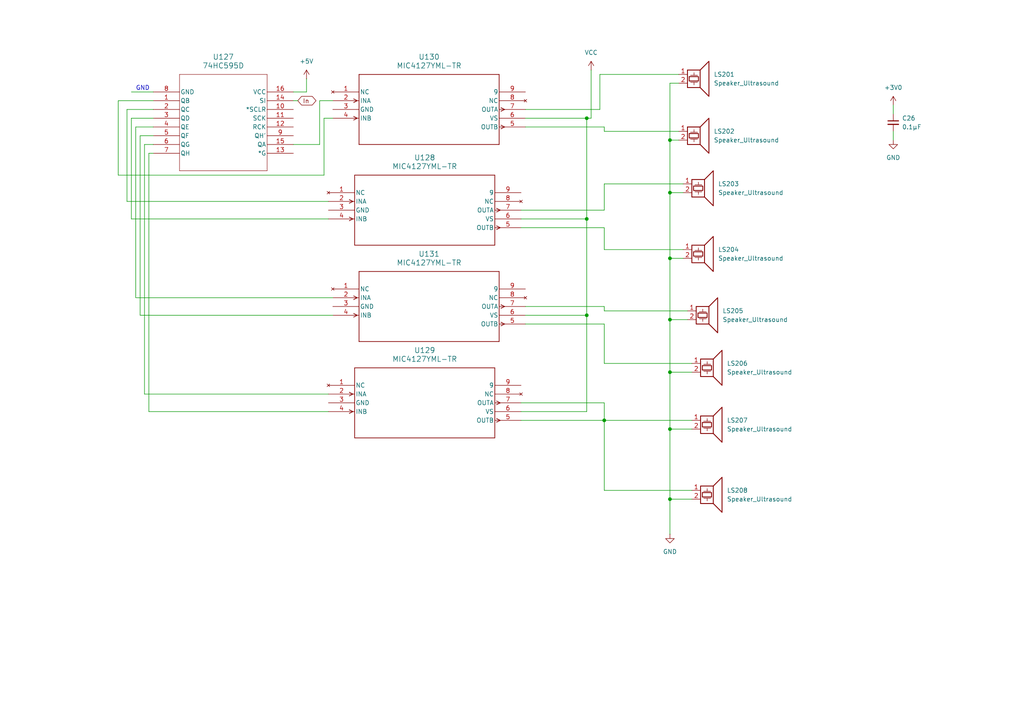
<source format=kicad_sch>
(kicad_sch (version 20250114) (generator "eeschema") (generator_version "9.0")
  (paper "A4")
  (lib_symbols
    (symbol "2025-12-28_09-02-17:MIC4127YML-TR" (pin_names (offset 0.254))
      (property "Reference" "U" (at 27.94 10.16 0))
      (property "Value" "MIC4127YML-TR" (at 27.94 7.62 0))
      (symbol "MIC4127YML-TR_0_1"
        (polyline (pts (xy 7.0993 -2.54) (xy 6.0579 -2.0193)) (stroke (width 0.2032)))
        (polyline (pts (xy 7.0993 -2.54) (xy 6.0579 -3.0607)) (stroke (width 0.2032)))
        (polyline (pts (xy 7.0993 -7.62) (xy 6.0579 -7.0993)) (stroke (width 0.2032)))
        (polyline (pts (xy 7.0993 -7.62) (xy 6.0579 -8.1407)) (stroke (width 0.2032)))
        (polyline (pts (xy 7.62 5.08) (xy 7.62 -15.24)) (stroke (width 0.2032)))
        (polyline (pts (xy 7.62 -15.24) (xy 48.26 -15.24)) (stroke (width 0.2032)))
        (polyline (pts (xy 48.26 5.08) (xy 7.62 5.08)) (stroke (width 0.2032)))
        (polyline (pts (xy 48.26 -15.24) (xy 48.26 5.08)) (stroke (width 0.2032)))
        (polyline (pts (xy 48.7807 -4.5593) (xy 49.8221 -5.08)) (stroke (width 0.2032)))
        (polyline (pts (xy 48.7807 -5.6007) (xy 49.8221 -5.08)) (stroke (width 0.2032)))
        (polyline (pts (xy 48.7807 -9.6393) (xy 49.8221 -10.16)) (stroke (width 0.2032)))
        (polyline (pts (xy 48.7807 -10.6807) (xy 49.8221 -10.16)) (stroke (width 0.2032)))
        (pin no_connect line (at 0 0 0) (length 7.62) (name "NC") (number "1"))
        (pin input line (at 0 -2.54 0) (length 7.62) (name "INA") (number "2"))
        (pin power_in line (at 0 -5.08 0) (length 7.62) (name "GND") (number "3"))
        (pin input line (at 0 -7.62 0) (length 7.62) (name "INB") (number "4"))
        (pin unspecified line (at 55.88 0 180) (length 7.62) (name "9") (number "9"))
        (pin no_connect line (at 55.88 -2.54 180) (length 7.62) (name "NC") (number "8"))
        (pin output line (at 55.88 -5.08 180) (length 7.62) (name "OUTA") (number "7"))
        (pin power_in line (at 55.88 -7.62 180) (length 7.62) (name "VS") (number "6"))
        (pin output line (at 55.88 -10.16 180) (length 7.62) (name "OUTB") (number "5"))
      )
    )
    (symbol "2025-12-28_09-22-42:74HC595D" (pin_names (offset 0.254))
      (property "Reference" "U" (at 20.32 10.16 0))
      (property "Value" "74HC595D" (at 20.32 7.62 0))
      (symbol "74HC595D_0_1"
        (polyline (pts (xy 7.62 5.08) (xy 7.62 -22.86)) (stroke (width 0.127)))
        (polyline (pts (xy 7.62 -22.86) (xy 33.02 -22.86)) (stroke (width 0.127)))
        (polyline (pts (xy 33.02 5.08) (xy 7.62 5.08)) (stroke (width 0.127)))
        (polyline (pts (xy 33.02 -22.86) (xy 33.02 5.08)) (stroke (width 0.127)))
        (pin power_out line (at 0 0 0) (length 7.62) (name "GND") (number "8"))
        (pin output line (at 0 -2.54 0) (length 7.62) (name "QB") (number "1"))
        (pin output line (at 0 -5.08 0) (length 7.62) (name "QC") (number "2"))
        (pin output line (at 0 -7.62 0) (length 7.62) (name "QD") (number "3"))
        (pin output line (at 0 -10.16 0) (length 7.62) (name "QE") (number "4"))
        (pin output line (at 0 -12.7 0) (length 7.62) (name "QF") (number "5"))
        (pin output line (at 0 -15.24 0) (length 7.62) (name "QG") (number "6"))
        (pin output line (at 0 -17.78 0) (length 7.62) (name "QH") (number "7"))
        (pin power_in line (at 40.64 0 180) (length 7.62) (name "VCC") (number "16"))
        (pin input line (at 40.64 -2.54 180) (length 7.62) (name "SI") (number "14"))
        (pin input line (at 40.64 -5.08 180) (length 7.62) (name "*SCLR") (number "10"))
        (pin input line (at 40.64 -7.62 180) (length 7.62) (name "SCK") (number "11"))
        (pin input line (at 40.64 -10.16 180) (length 7.62) (name "RCK") (number "12"))
        (pin output line (at 40.64 -12.7 180) (length 7.62) (name "QH'") (number "9"))
        (pin output line (at 40.64 -15.24 180) (length 7.62) (name "QA") (number "15"))
        (pin input line (at 40.64 -17.78 180) (length 7.62) (name "*G") (number "13"))
      )
    )
    (symbol "Device:C_Small" (pin_numbers (hide yes)) (pin_names (offset 0.254) (hide yes))
      (property "Reference" "C" (at 0.254 1.778 0))
      (property "Value" "C_Small" (at 0.254 -2.032 0))
      (symbol "C_Small_0_1"
        (polyline (pts (xy -1.524 0.508) (xy 1.524 0.508)) (stroke (width 0.3048)))
        (polyline (pts (xy -1.524 -0.508) (xy 1.524 -0.508)) (stroke (width 0.3302)))
      )
      (symbol "C_Small_1_1"
        (pin passive line (at 0 2.54 270) (length 2.032) (name "~") (number "1"))
        (pin passive line (at 0 -2.54 90) (length 2.032) (name "~") (number "2"))
      )
    )
    (symbol "Device:Speaker_Ultrasound" (pin_names (offset 0) (hide yes))
      (property "Reference" "LS" (at 0.635 5.715 0))
      (property "Value" "Speaker_Ultrasound" (at 0.635 3.81 0))
      (symbol "Speaker_Ultrasound_0_0"
        (rectangle (start -2.54 1.27) (end 1.143 -3.81) (stroke (width 0.254)))
        (rectangle (start -2.032 -0.635) (end 0.635 -1.905) (stroke (width 0.254)))
        (polyline (pts (xy -1.651 -0.254) (xy 0.381 -0.254)))
        (polyline (pts (xy -1.651 -2.286) (xy 0.381 -2.286)))
        (polyline (pts (xy -0.635 -0.254) (xy -0.635 0.508)))
        (polyline (pts (xy -0.635 -2.286) (xy -0.635 -3.048)))
        (polyline (pts (xy 1.143 1.27) (xy 3.683 3.81) (xy 3.683 -6.35) (xy 1.143 -3.81)) (stroke (width 0.254)))
      )
      (symbol "Speaker_Ultrasound_1_1"
        (pin input line (at -5.08 0 0) (length 2.54) (name "1") (number "1"))
        (pin input line (at -5.08 -2.54 0) (length 2.54) (name "2") (number "2"))
      )
    )
    (symbol "power:+3V0" (power) (pin_numbers (hide yes)) (pin_names (offset 0) (hide yes))
      (property "Value" "+3V0" (at 0 3.556 0))
      (symbol "+3V0_0_1"
        (polyline (pts (xy -0.762 1.27) (xy 0 2.54)))
        (polyline (pts (xy 0 2.54) (xy 0.762 1.27)))
        (polyline (pts (xy 0 0) (xy 0 2.54)))
      )
      (symbol "+3V0_1_1"
        (pin power_in line (at 0 0 90) (length 0) (name "~") (number "1"))
      )
    )
    (symbol "power:+5V" (power) (pin_numbers (hide yes)) (pin_names (offset 0) (hide yes))
      (property "Value" "+5V" (at 0 3.556 0))
      (symbol "+5V_0_1"
        (polyline (pts (xy -0.762 1.27) (xy 0 2.54)))
        (polyline (pts (xy 0 2.54) (xy 0.762 1.27)))
        (polyline (pts (xy 0 0) (xy 0 2.54)))
      )
      (symbol "+5V_1_1"
        (pin power_in line (at 0 0 90) (length 0) (name "~") (number "1"))
      )
    )
    (symbol "power:GND" (power) (pin_numbers (hide yes)) (pin_names (offset 0) (hide yes))
      (property "Value" "GND" (at 0 -3.81 0))
      (symbol "GND_0_1"
        (polyline (pts (xy 0 0) (xy 0 -1.27) (xy 1.27 -1.27) (xy 0 -2.54) (xy -1.27 -1.27) (xy 0 -1.27)))
      )
      (symbol "GND_1_1"
        (pin power_in line (at 0 0 270) (length 0) (name "~") (number "1"))
      )
    )
    (symbol "power:VCC" (power) (pin_numbers (hide yes)) (pin_names (offset 0) (hide yes))
      (property "Value" "VCC" (at 0 3.556 0))
      (symbol "VCC_0_1"
        (polyline (pts (xy -0.762 1.27) (xy 0 2.54)))
        (polyline (pts (xy 0 2.54) (xy 0.762 1.27)))
        (polyline (pts (xy 0 0) (xy 0 2.54)))
      )
      (symbol "VCC_1_1"
        (pin power_in line (at 0 0 90) (length 0) (name "~") (number "1"))
      )
    )
  )
  (text "GND" (at 41.402 25.654 0) (effects (font (size 1.27 1.27))))
  (junction (at 194.31 40.64))
  (junction (at 170.18 63.5))
  (junction (at 170.18 34.29))
  (junction (at 194.31 144.78))
  (junction (at 194.31 74.93))
  (junction (at 194.31 55.88))
  (junction (at 175.26 121.92))
  (junction (at 194.31 107.95))
  (junction (at 170.18 91.44))
  (junction (at 194.31 92.71))
  (junction (at 194.31 124.46))
  (wire (pts (xy 175.26 38.1) (xy 196.85 38.1)))
  (wire (pts (xy 170.18 34.29) (xy 171.45 34.29)))
  (wire (pts (xy 194.31 55.88) (xy 194.31 74.93)))
  (wire (pts (xy 151.13 121.92) (xy 175.26 121.92)))
  (wire (pts (xy 170.18 91.44) (xy 170.18 119.38)))
  (wire (pts (xy 151.13 60.96) (xy 175.26 60.96)))
  (wire (pts (xy 175.26 116.84) (xy 175.26 121.92)))
  (wire (pts (xy 36.83 31.75) (xy 36.83 58.42)))
  (wire (pts (xy 88.9 22.86) (xy 88.9 26.67)))
  (wire (pts (xy 93.98 34.29) (xy 96.52 34.29)))
  (wire (pts (xy 194.31 144.78) (xy 194.31 154.94)))
  (wire (pts (xy 44.45 31.75) (xy 36.83 31.75)))
  (wire (pts (xy 38.1 63.5) (xy 95.25 63.5)))
  (wire (pts (xy 44.45 36.83) (xy 39.37 36.83)))
  (wire (pts (xy 43.18 119.38) (xy 95.25 119.38)))
  (wire (pts (xy 44.45 39.37) (xy 40.64 39.37)))
  (wire (pts (xy 44.45 34.29) (xy 38.1 34.29)))
  (wire (pts (xy 92.71 41.91) (xy 92.71 29.21)))
  (wire (pts (xy 38.1 26.67) (xy 44.45 26.67)))
  (wire (pts (xy 34.29 29.21) (xy 34.29 50.8)))
  (wire (pts (xy 171.45 20.32) (xy 171.45 34.29)))
  (wire (pts (xy 152.4 88.9) (xy 175.26 88.9)))
  (wire (pts (xy 175.26 90.17) (xy 199.39 90.17)))
  (wire (pts (xy 170.18 63.5) (xy 170.18 91.44)))
  (wire (pts (xy 175.26 142.24) (xy 200.66 142.24)))
  (wire (pts (xy 41.91 41.91) (xy 41.91 114.3)))
  (wire (pts (xy 36.83 58.42) (xy 95.25 58.42)))
  (wire (pts (xy 194.31 40.64) (xy 194.31 55.88)))
  (wire (pts (xy 85.09 26.67) (xy 88.9 26.67)))
  (wire (pts (xy 175.26 53.34) (xy 198.12 53.34)))
  (wire (pts (xy 175.26 121.92) (xy 200.66 121.92)))
  (wire (pts (xy 175.26 60.96) (xy 175.26 53.34)))
  (wire (pts (xy 92.71 29.21) (xy 96.52 29.21)))
  (wire (pts (xy 194.31 24.13) (xy 194.31 40.64)))
  (wire (pts (xy 93.98 50.8) (xy 93.98 34.29)))
  (wire (pts (xy 175.26 66.04) (xy 175.26 72.39)))
  (wire (pts (xy 40.64 39.37) (xy 40.64 91.44)))
  (wire (pts (xy 194.31 55.88) (xy 198.12 55.88)))
  (wire (pts (xy 152.4 91.44) (xy 170.18 91.44)))
  (wire (pts (xy 152.4 34.29) (xy 170.18 34.29)))
  (wire (pts (xy 39.37 86.36) (xy 96.52 86.36)))
  (wire (pts (xy 175.26 121.92) (xy 175.26 142.24)))
  (wire (pts (xy 200.66 144.78) (xy 194.31 144.78)))
  (wire (pts (xy 194.31 124.46) (xy 194.31 144.78)))
  (wire (pts (xy 175.26 93.98) (xy 175.26 105.41)))
  (wire (pts (xy 44.45 29.21) (xy 34.29 29.21)))
  (wire (pts (xy 151.13 116.84) (xy 175.26 116.84)))
  (wire (pts (xy 40.64 91.44) (xy 96.52 91.44)))
  (wire (pts (xy 152.4 36.83) (xy 175.26 36.83)))
  (wire (pts (xy 173.99 31.75) (xy 173.99 21.59)))
  (wire (pts (xy 173.99 21.59) (xy 196.85 21.59)))
  (wire (pts (xy 151.13 66.04) (xy 175.26 66.04)))
  (wire (pts (xy 38.1 34.29) (xy 38.1 63.5)))
  (wire (pts (xy 175.26 72.39) (xy 198.12 72.39)))
  (wire (pts (xy 43.18 44.45) (xy 43.18 119.38)))
  (wire (pts (xy 44.45 41.91) (xy 41.91 41.91)))
  (wire (pts (xy 194.31 107.95) (xy 200.66 107.95)))
  (wire (pts (xy 194.31 92.71) (xy 194.31 107.95)))
  (wire (pts (xy 85.09 41.91) (xy 92.71 41.91)))
  (wire (pts (xy 194.31 74.93) (xy 194.31 92.71)))
  (wire (pts (xy 194.31 40.64) (xy 196.85 40.64)))
  (wire (pts (xy 194.31 74.93) (xy 198.12 74.93)))
  (wire (pts (xy 41.91 114.3) (xy 95.25 114.3)))
  (wire (pts (xy 34.29 50.8) (xy 93.98 50.8)))
  (wire (pts (xy 194.31 124.46) (xy 200.66 124.46)))
  (wire (pts (xy 152.4 31.75) (xy 173.99 31.75)))
  (wire (pts (xy 151.13 119.38) (xy 170.18 119.38)))
  (wire (pts (xy 259.08 30.48) (xy 259.08 33.02)))
  (wire (pts (xy 39.37 36.83) (xy 39.37 86.36)))
  (wire (pts (xy 194.31 92.71) (xy 199.39 92.71)))
  (wire (pts (xy 196.85 24.13) (xy 194.31 24.13)))
  (wire (pts (xy 152.4 93.98) (xy 175.26 93.98)))
  (wire (pts (xy 175.26 88.9) (xy 175.26 90.17)))
  (wire (pts (xy 85.09 29.21) (xy 86.36 29.21)))
  (wire (pts (xy 194.31 107.95) (xy 194.31 124.46)))
  (wire (pts (xy 175.26 105.41) (xy 200.66 105.41)))
  (wire (pts (xy 170.18 34.29) (xy 170.18 63.5)))
  (wire (pts (xy 44.45 44.45) (xy 43.18 44.45)))
  (wire (pts (xy 175.26 36.83) (xy 175.26 38.1)))
  (wire (pts (xy 259.08 38.1) (xy 259.08 40.64)))
  (wire (pts (xy 151.13 63.5) (xy 170.18 63.5)))
  (global_label "In" (shape bidirectional) (at 86.36 29.21 0) (property "Intersheetrefs" "${INTERSHEET_REFS}" (effects (hide yes))))
  (symbol (lib_id "Device:Speaker_Ultrasound") (at 205.74 121.92 0) (unit 1)
    (property "Reference" "LS207" (at 210.82 121.9199 0) (effects (justify left)))
    (property "Value" "Speaker_Ultrasound" (at 210.82 124.4599 0) (effects (justify left)))
    (property "Description" "Ultrasonic transducer" (effects (hide yes)))
  )
  (symbol (lib_id "Device:C_Small") (at 259.08 35.56 0) (unit 1)
    (property "Reference" "C26" (at 261.62 34.2962 0) (effects (justify left)))
    (property "Value" "0.1μF" (at 261.62 36.8362 0) (effects (justify left)))
    (property "Description" "Unpolarized capacitor, small symbol" (effects (hide yes)))
  )
  (symbol (lib_id "Device:Speaker_Ultrasound") (at 204.47 90.17 0) (unit 1)
    (property "Reference" "LS205" (at 209.55 90.1699 0) (effects (justify left)))
    (property "Value" "Speaker_Ultrasound" (at 209.55 92.7099 0) (effects (justify left)))
    (property "Description" "Ultrasonic transducer" (effects (hide yes)))
  )
  (symbol (lib_id "Device:Speaker_Ultrasound") (at 201.93 21.59 0) (unit 1)
    (property "Reference" "LS201" (at 207.01 21.5899 0) (effects (justify left)))
    (property "Value" "Speaker_Ultrasound" (at 207.01 24.1299 0) (effects (justify left)))
    (property "Description" "Ultrasonic transducer" (effects (hide yes)))
  )
  (symbol (lib_id "Device:Speaker_Ultrasound") (at 201.93 38.1 0) (unit 1)
    (property "Reference" "LS202" (at 207.01 38.0999 0) (effects (justify left)))
    (property "Value" "Speaker_Ultrasound" (at 207.01 40.6399 0) (effects (justify left)))
    (property "Description" "Ultrasonic transducer" (effects (hide yes)))
  )
  (symbol (lib_id "2025-12-28_09-02-17:MIC4127YML-TR") (at 95.25 111.76 0) (unit 1)
    (property "Reference" "U129" (at 123.19 101.6 0) (effects (font (size 1.524 1.524))))
    (property "Value" "MIC4127YML-TR" (at 123.19 104.14 0) (effects (font (size 1.524 1.524))))
    (property "Footprint" "MLF-8_ML_MCH" (effects (hide yes)))
    (property "Datasheet" "MIC4127YML-TR" (effects (hide yes)))
  )
  (symbol (lib_id "Device:Speaker_Ultrasound") (at 203.2 53.34 0) (unit 1)
    (property "Reference" "LS203" (at 208.28 53.3399 0) (effects (justify left)))
    (property "Value" "Speaker_Ultrasound" (at 208.28 55.8799 0) (effects (justify left)))
    (property "Description" "Ultrasonic transducer" (effects (hide yes)))
  )
  (symbol (lib_id "Device:Speaker_Ultrasound") (at 205.74 105.41 0) (unit 1)
    (property "Reference" "LS206" (at 210.82 105.4099 0) (effects (justify left)))
    (property "Value" "Speaker_Ultrasound" (at 210.82 107.9499 0) (effects (justify left)))
    (property "Description" "Ultrasonic transducer" (effects (hide yes)))
  )
  (symbol (lib_id "power:GND") (at 194.31 154.94 0) (unit 1)
    (property "Reference" "#PWR0128" (effects (hide yes)))
    (property "Value" "GND" (at 194.31 160.02 0))
    (property "Description" "Power symbol creates a global label with name \"GND\" , ground" (effects (hide yes)))
  )
  (symbol (lib_id "2025-12-28_09-02-17:MIC4127YML-TR") (at 95.25 55.88 0) (unit 1)
    (property "Reference" "U128" (at 123.19 45.72 0) (effects (font (size 1.524 1.524))))
    (property "Value" "MIC4127YML-TR" (at 123.19 48.26 0) (effects (font (size 1.524 1.524))))
    (property "Footprint" "MLF-8_ML_MCH" (effects (hide yes)))
    (property "Datasheet" "MIC4127YML-TR" (effects (hide yes)))
  )
  (symbol (lib_id "power:+5V") (at 88.9 22.86 0) (unit 1)
    (property "Reference" "#PWR0126" (effects (hide yes)))
    (property "Value" "+5V" (at 88.9 17.78 0))
    (property "Description" "Power symbol creates a global label with name \"+5V\"" (effects (hide yes)))
  )
  (symbol (lib_id "2025-12-28_09-02-17:MIC4127YML-TR") (at 96.52 26.67 0) (unit 1)
    (property "Reference" "U130" (at 124.46 16.51 0) (effects (font (size 1.524 1.524))))
    (property "Value" "MIC4127YML-TR" (at 124.46 19.05 0) (effects (font (size 1.524 1.524))))
    (property "Footprint" "MLF-8_ML_MCH" (effects (hide yes)))
    (property "Datasheet" "MIC4127YML-TR" (effects (hide yes)))
  )
  (symbol (lib_id "2025-12-28_09-02-17:MIC4127YML-TR") (at 96.52 83.82 0) (unit 1)
    (property "Reference" "U131" (at 124.46 73.66 0) (effects (font (size 1.524 1.524))))
    (property "Value" "MIC4127YML-TR" (at 124.46 76.2 0) (effects (font (size 1.524 1.524))))
    (property "Footprint" "MLF-8_ML_MCH" (effects (hide yes)))
    (property "Datasheet" "MIC4127YML-TR" (effects (hide yes)))
  )
  (symbol (lib_id "power:+3V0") (at 259.08 30.48 0) (unit 1)
    (property "Reference" "#PWR0129" (effects (hide yes)))
    (property "Value" "+3V0" (at 259.08 25.4 0))
    (property "Description" "Power symbol creates a global label with name \"+3V0\"" (effects (hide yes)))
  )
  (symbol (lib_id "power:GND") (at 259.08 40.64 0) (unit 1)
    (property "Reference" "#PWR0130" (effects (hide yes)))
    (property "Value" "GND" (at 259.08 45.72 0))
    (property "Description" "Power symbol creates a global label with name \"GND\" , ground" (effects (hide yes)))
  )
  (symbol (lib_id "Device:Speaker_Ultrasound") (at 205.74 142.24 0) (unit 1)
    (property "Reference" "LS208" (at 210.82 142.2399 0) (effects (justify left)))
    (property "Value" "Speaker_Ultrasound" (at 210.82 144.7799 0) (effects (justify left)))
    (property "Description" "Ultrasonic transducer" (effects (hide yes)))
  )
  (symbol (lib_id "2025-12-28_09-22-42:74HC595D") (at 44.45 26.67 0) (unit 1)
    (property "Reference" "U127" (at 64.77 16.51 0) (effects (font (size 1.524 1.524))))
    (property "Value" "74HC595D" (at 64.77 19.05 0) (effects (font (size 1.524 1.524))))
    (property "Footprint" "SOIC16_TOS" (effects (hide yes)))
    (property "Datasheet" "https://toshiba.semicon-storage.com/info/docget.jsp?did=36768&prodName=74HC595D" (effects (hide yes)))
  )
  (symbol (lib_id "Device:Speaker_Ultrasound") (at 203.2 72.39 0) (unit 1)
    (property "Reference" "LS204" (at 208.28 72.3899 0) (effects (justify left)))
    (property "Value" "Speaker_Ultrasound" (at 208.28 74.9299 0) (effects (justify left)))
    (property "Description" "Ultrasonic transducer" (effects (hide yes)))
  )
  (symbol (lib_id "power:VCC") (at 171.45 20.32 0) (unit 1)
    (property "Reference" "#PWR0127" (effects (hide yes)))
    (property "Value" "VCC" (at 171.45 15.24 0))
    (property "Description" "Power symbol creates a global label with name \"VCC\"" (effects (hide yes)))
  )
)
</source>
